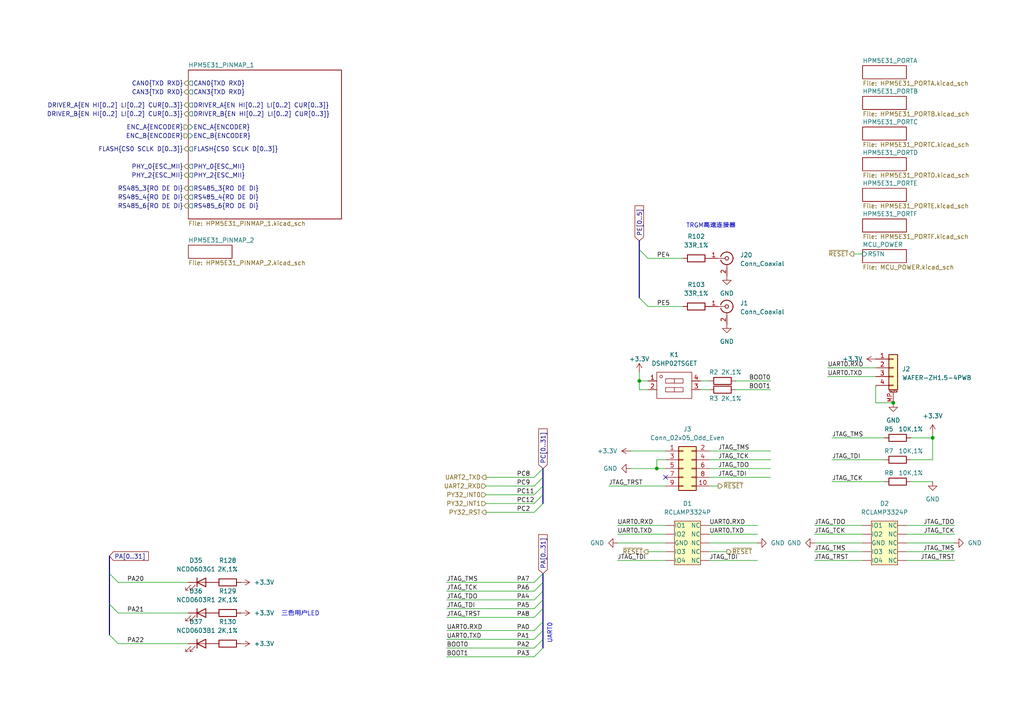
<source format=kicad_sch>
(kicad_sch (version 20250114) (generator "eeschema") (generator_version "9.0")
  (paper "A4")
  (lib_symbols
    (symbol "Connector:Conn_Coaxial" (pin_names (offset 1.016) (hide yes))
      (property "Reference" "J" (at 0.254 3.048 0))
      (property "Value" "Conn_Coaxial" (at 2.921 0 90))
      (symbol "Conn_Coaxial_0_1"
        (polyline (pts (xy -2.54 0) (xy -0.508 0)))
        (arc (start 1.778 0) (mid 0.222 -1.8079) (end -1.778 -0.508) (stroke (width 0.254)))
        (arc (start -1.778 0.508) (mid 0.2221 1.8084) (end 1.778 0) (stroke (width 0.254)))
        (circle (center 0 0) (radius 0.508) (stroke (width 0.2032)))
        (polyline (pts (xy 0 -2.54) (xy 0 -1.778)))
      )
      (symbol "Conn_Coaxial_1_1"
        (pin passive line (at -5.08 0 0) (length 2.54) (name "In") (number "1"))
        (pin passive line (at 0 -5.08 90) (length 2.54) (name "Ext") (number "2"))
      )
    )
    (symbol "Connector_Generic:Conn_02x05_Odd_Even" (pin_names (offset 1.016) (hide yes))
      (property "Reference" "J" (at 1.27 7.62 0))
      (property "Value" "Conn_02x05_Odd_Even" (at 1.27 -7.62 0))
      (symbol "Conn_02x05_Odd_Even_1_1"
        (rectangle (start -1.27 6.35) (end 3.81 -6.35) (stroke (width 0.254)) (fill (type background)))
        (rectangle (start -1.27 5.207) (end 0 4.953) (stroke (width 0.1524)))
        (rectangle (start -1.27 2.667) (end 0 2.413) (stroke (width 0.1524)))
        (rectangle (start -1.27 0.127) (end 0 -0.127) (stroke (width 0.1524)))
        (rectangle (start -1.27 -2.413) (end 0 -2.667) (stroke (width 0.1524)))
        (rectangle (start -1.27 -4.953) (end 0 -5.207) (stroke (width 0.1524)))
        (rectangle (start 3.81 5.207) (end 2.54 4.953) (stroke (width 0.1524)))
        (rectangle (start 3.81 2.667) (end 2.54 2.413) (stroke (width 0.1524)))
        (rectangle (start 3.81 0.127) (end 2.54 -0.127) (stroke (width 0.1524)))
        (rectangle (start 3.81 -2.413) (end 2.54 -2.667) (stroke (width 0.1524)))
        (rectangle (start 3.81 -4.953) (end 2.54 -5.207) (stroke (width 0.1524)))
        (pin passive line (at -5.08 5.08 0) (length 3.81) (name "Pin_1") (number "1"))
        (pin passive line (at -5.08 2.54 0) (length 3.81) (name "Pin_3") (number "3"))
        (pin passive line (at -5.08 0 0) (length 3.81) (name "Pin_5") (number "5"))
        (pin passive line (at -5.08 -2.54 0) (length 3.81) (name "Pin_7") (number "7"))
        (pin passive line (at -5.08 -5.08 0) (length 3.81) (name "Pin_9") (number "9"))
        (pin passive line (at 7.62 5.08 180) (length 3.81) (name "Pin_2") (number "2"))
        (pin passive line (at 7.62 2.54 180) (length 3.81) (name "Pin_4") (number "4"))
        (pin passive line (at 7.62 0 180) (length 3.81) (name "Pin_6") (number "6"))
        (pin passive line (at 7.62 -2.54 180) (length 3.81) (name "Pin_8") (number "8"))
        (pin passive line (at 7.62 -5.08 180) (length 3.81) (name "Pin_10") (number "10"))
      )
    )
    (symbol "HPM6280Foc:0402WGF1002TCE" (pin_numbers (hide yes)) (pin_names (hide yes))
      (property "Reference" "R" (at 0 2.54 0))
      (property "Value" "10K,1%" (at 0 0 0))
      (symbol "0402WGF1002TCE_0_1"
        (rectangle (start 2.54 -1.016) (end -2.54 1.016) (stroke (width 0.254)))
      )
      (symbol "0402WGF1002TCE_1_1"
        (pin passive line (at -3.81 0 0) (length 1.27) (name "~") (number "1"))
        (pin passive line (at 3.81 0 180) (length 1.27) (name "~") (number "2"))
      )
    )
    (symbol "HPM6280Foc:0402WGF2001TCE" (pin_numbers (hide yes)) (pin_names (hide yes))
      (property "Reference" "R" (at -1.27 2.54 0))
      (property "Value" "2K,1%" (at 0 -2.54 0))
      (symbol "0402WGF2001TCE_0_1"
        (rectangle (start 2.54 -1.016) (end -2.54 1.016) (stroke (width 0.254)))
      )
      (symbol "0402WGF2001TCE_1_1"
        (pin passive line (at -3.81 0 0) (length 1.27) (name "~") (number "1"))
        (pin passive line (at 3.81 0 180) (length 1.27) (name "~") (number "2"))
      )
    )
    (symbol "HPM6280Foc:0402WGF330JTCE" (pin_numbers (hide yes)) (pin_names (hide yes))
      (property "Reference" "R" (at 0 2.54 0))
      (property "Value" "33R,1%" (at 0 0 0))
      (symbol "0402WGF330JTCE_0_1"
        (rectangle (start 2.54 -1.016) (end -2.54 1.016) (stroke (width 0.254)))
      )
      (symbol "0402WGF330JTCE_1_1"
        (pin passive line (at -3.81 0 0) (length 1.27) (name "~") (number "1"))
        (pin passive line (at 3.81 0 180) (length 1.27) (name "~") (number "2"))
      )
    )
    (symbol "HPM6280Foc:DSHP02TSGET" (pin_names (hide yes))
      (property "Reference" "K" (at -3.81 5.08 0))
      (property "Value" "DSHP02TSGET" (at -0.0885 0.1121 0))
      (symbol "DSHP02TSGET_1_1"
        (rectangle (start -5.08 3.81) (end 5.08 -3.81))
        (circle (center -3.81 2.54) (radius 0.381))
        (rectangle (start -2.54 1.905) (end 2.54 0.635))
        (rectangle (start -2.54 -1.905) (end 2.54 -0.635))
        (polyline (pts (xy 0 1.905) (xy 0 0.635)))
        (polyline (pts (xy 0 -0.635) (xy 0 -1.905)))
        (pin input line (at -7.62 1.27 0) (length 2.54) (name "PIN1") (number "1"))
        (pin input line (at -7.62 -1.27 0) (length 2.54) (name "PIN2") (number "2"))
        (pin input line (at 7.62 1.27 180) (length 2.54) (name "PIN4") (number "4"))
        (pin input line (at 7.62 -1.27 180) (length 2.54) (name "PIN3") (number "3"))
      )
    )
    (symbol "HPM6280Foc:NCD0603B1" (pin_numbers (hide yes)) (pin_names (offset 1.016) (hide yes))
      (property "Reference" "D" (at 0 2.54 0))
      (property "Value" "NCD0603B1" (at 0 -2.54 0))
      (symbol "NCD0603B1_0_1"
        (polyline (pts (xy -3.048 -0.762) (xy -4.572 -2.286) (xy -3.81 -2.286) (xy -4.572 -2.286) (xy -4.572 -1.524)))
        (polyline (pts (xy -1.778 -0.762) (xy -3.302 -2.286) (xy -2.54 -2.286) (xy -3.302 -2.286) (xy -3.302 -1.524)))
        (polyline (pts (xy -1.27 0) (xy 1.27 0)))
        (polyline (pts (xy -1.27 -1.27) (xy -1.27 1.27)) (stroke (width 0.254)))
        (polyline (pts (xy 1.27 -1.27) (xy 1.27 1.27) (xy -1.27 0) (xy 1.27 -1.27)) (stroke (width 0.254)))
      )
      (symbol "NCD0603B1_1_1"
        (pin passive line (at -3.81 0 0) (length 2.54) (name "K") (number "1"))
        (pin passive line (at 3.81 0 180) (length 2.54) (name "A") (number "2"))
      )
    )
    (symbol "HPM6280Foc:NCD0603G1" (pin_numbers (hide yes)) (pin_names (offset 1.016) (hide yes))
      (property "Reference" "D" (at 0 2.54 0))
      (property "Value" "NCD0603G1" (at 0 -2.54 0))
      (symbol "NCD0603G1_0_1"
        (polyline (pts (xy -3.048 -0.762) (xy -4.572 -2.286) (xy -3.81 -2.286) (xy -4.572 -2.286) (xy -4.572 -1.524)))
        (polyline (pts (xy -1.778 -0.762) (xy -3.302 -2.286) (xy -2.54 -2.286) (xy -3.302 -2.286) (xy -3.302 -1.524)))
        (polyline (pts (xy -1.27 0) (xy 1.27 0)))
        (polyline (pts (xy -1.27 -1.27) (xy -1.27 1.27)) (stroke (width 0.254)))
        (polyline (pts (xy 1.27 -1.27) (xy 1.27 1.27) (xy -1.27 0) (xy 1.27 -1.27)) (stroke (width 0.254)))
      )
      (symbol "NCD0603G1_1_1"
        (pin passive line (at -3.81 0 0) (length 2.54) (name "K") (number "1"))
        (pin passive line (at 3.81 0 180) (length 2.54) (name "A") (number "2"))
      )
    )
    (symbol "HPM6280Foc:NCD0603R1" (pin_numbers (hide yes)) (pin_names (offset 1.016) (hide yes))
      (property "Reference" "D" (at 0 2.54 0))
      (property "Value" "NCD0603R1" (at 0 -2.54 0))
      (symbol "NCD0603R1_0_1"
        (polyline (pts (xy -3.048 -0.762) (xy -4.572 -2.286) (xy -3.81 -2.286) (xy -4.572 -2.286) (xy -4.572 -1.524)))
        (polyline (pts (xy -1.778 -0.762) (xy -3.302 -2.286) (xy -2.54 -2.286) (xy -3.302 -2.286) (xy -3.302 -1.524)))
        (polyline (pts (xy -1.27 0) (xy 1.27 0)))
        (polyline (pts (xy -1.27 -1.27) (xy -1.27 1.27)) (stroke (width 0.254)))
        (polyline (pts (xy 1.27 -1.27) (xy 1.27 1.27) (xy -1.27 0) (xy 1.27 -1.27)) (stroke (width 0.254)))
      )
      (symbol "NCD0603R1_1_1"
        (pin passive line (at -3.81 0 0) (length 2.54) (name "K") (number "1"))
        (pin passive line (at 3.81 0 180) (length 2.54) (name "A") (number "2"))
      )
    )
    (symbol "HPM6280Foc:RCLAMP3324P" (pin_numbers (hide yes)) (pin_names (offset 0.002))
      (property "Reference" "D" (at 1.27 1.27 0))
      (property "Value" "RCLAMP3324P" (at 2.54 -13.97 0))
      (symbol "RCLAMP3324P_1_1"
        (rectangle (start 0 0) (end 7.62 -12.7) (fill (type background)))
        (pin input line (at -2.54 -1.27 0) (length 2.54) (name "IO1") (number "1"))
        (pin input line (at -2.54 -3.81 0) (length 2.54) (name "IO2") (number "2"))
        (pin input line (at -2.54 -6.35 0) (length 2.54) (name "GND") (number "3"))
        (pin input line (at -2.54 -8.89 0) (length 2.54) (name "IO3") (number "4"))
        (pin input line (at -2.54 -11.43 0) (length 2.54) (name "IO4") (number "5"))
        (pin input line (at 10.16 -1.27 180) (length 2.54) (name "NC") (number "10"))
        (pin input line (at 10.16 -3.81 180) (length 2.54) (name "NC") (number "9"))
        (pin input line (at 10.16 -6.35 180) (length 2.54) (name "NC") (number "8"))
        (pin input line (at 10.16 -8.89 180) (length 2.54) (name "NC") (number "7"))
        (pin input line (at 10.16 -11.43 180) (length 2.54) (name "NC") (number "6"))
      )
    )
    (symbol "HPM6280Foc:WAFER-ZH1.5-4PWB" (pin_names (hide yes))
      (property "Reference" "J" (at 0.254 6.35 0))
      (property "Value" "WAFER-ZH1.5-4PWB" (at 0 0 0))
      (symbol "WAFER-ZH1.5-4PWB_1_1"
        (rectangle (start -1.27 5.08) (end 1.27 -5.08) (stroke (width 0.254)) (fill (type background)))
        (rectangle (start -1.27 3.937) (end 0 3.683) (stroke (width 0.1524)))
        (rectangle (start -1.27 1.397) (end 0 1.143) (stroke (width 0.1524)))
        (rectangle (start -1.27 -1.143) (end 0 -1.397) (stroke (width 0.1524)))
        (rectangle (start -1.27 -3.683) (end 0 -3.937) (stroke (width 0.1524)))
        (polyline (pts (xy -1.016 -5.842) (xy 1.016 -5.842)) (stroke (width 0.1524)))
        (text "Mounting" (at 0 -5.461 0) (effects (font (size 0.381 0.381))))
        (pin passive line (at -5.08 3.81 0) (length 3.81) (name "Pin_1") (number "1"))
        (pin passive line (at -5.08 1.27 0) (length 3.81) (name "Pin_2") (number "2"))
        (pin passive line (at -5.08 -1.27 0) (length 3.81) (name "Pin_3") (number "3"))
        (pin passive line (at -5.08 -3.81 0) (length 3.81) (name "Pin_4") (number "4"))
        (pin passive line (at 0 -8.89 90) (length 3.048) (name "MountPin") (number "MP"))
      )
    )
    (symbol "power:+3.3V" (power) (pin_numbers (hide yes)) (pin_names (offset 0) (hide yes))
      (property "Value" "+3.3V" (at 0 3.556 0))
      (symbol "+3.3V_0_1"
        (polyline (pts (xy -0.762 1.27) (xy 0 2.54)))
        (polyline (pts (xy 0 2.54) (xy 0.762 1.27)))
        (polyline (pts (xy 0 0) (xy 0 2.54)))
      )
      (symbol "+3.3V_1_1"
        (pin power_in line (at 0 0 90) (length 0) (name "~") (number "1"))
      )
    )
    (symbol "power:GND" (power) (pin_numbers (hide yes)) (pin_names (offset 0) (hide yes))
      (property "Value" "GND" (at 0 -3.81 0))
      (symbol "GND_0_1"
        (polyline (pts (xy 0 0) (xy 0 -1.27) (xy 1.27 -1.27) (xy 0 -2.54) (xy -1.27 -1.27) (xy 0 -1.27)))
      )
      (symbol "GND_1_1"
        (pin power_in line (at 0 0 270) (length 0) (name "~") (number "1"))
      )
    )
  )
  (bus_alias "ENCODER" (members "A" "B" "Z" "U" "V" "W" "CLK" "MISO" "MOSI" "CS" "PWR"))
  (text "TRGM高速连接器" (at 206.248 65.532 0) (effects (font (size 1.27 1.27))))
  (text "三色用户LED" (at 87.122 178.054 0) (effects (font (size 1.27 1.27))))
  (text "UART0" (at 159.512 183.642 90) (effects (font (size 1.27 1.27))))
  (junction (at 259.08 116.84))
  (junction (at 190.5 135.89))
  (junction (at 270.51 127))
  (junction (at 185.42 110.49))
  (no_connect (at 193.04 138.43))
  (bus_entry (at 154.94 182.88) (size 2.54 -2.54))
  (bus_entry (at 154.94 140.97) (size 2.54 -2.54))
  (bus_entry (at 154.94 190.5) (size 2.54 -2.54))
  (bus_entry (at 185.42 72.39) (size 2.54 2.54))
  (bus_entry (at 154.94 173.99) (size 2.54 -2.54))
  (bus_entry (at 154.94 168.91) (size 2.54 -2.54))
  (bus_entry (at 154.94 138.43) (size 2.54 -2.54))
  (bus_entry (at 154.94 148.59) (size 2.54 -2.54))
  (bus_entry (at 154.94 187.96) (size 2.54 -2.54))
  (bus_entry (at 154.94 146.05) (size 2.54 -2.54))
  (bus_entry (at 185.42 86.36) (size 2.54 2.54))
  (bus_entry (at 154.94 143.51) (size 2.54 -2.54))
  (bus_entry (at 154.94 185.42) (size 2.54 -2.54))
  (bus_entry (at 154.94 171.45) (size 2.54 -2.54))
  (bus_entry (at 31.75 166.37) (size 2.54 2.54))
  (bus_entry (at 31.75 175.26) (size 2.54 2.54))
  (bus_entry (at 154.94 176.53) (size 2.54 -2.54))
  (bus_entry (at 154.94 179.07) (size 2.54 -2.54))
  (bus_entry (at 31.75 184.15) (size 2.54 2.54))
  (wire (pts (xy 250.19 157.48) (xy 236.22 157.48)))
  (wire (pts (xy 223.52 130.81) (xy 205.74 130.81)))
  (wire (pts (xy 187.96 113.03) (xy 185.42 113.03)))
  (wire (pts (xy 140.97 140.97) (xy 154.94 140.97)))
  (wire (pts (xy 205.74 154.94) (xy 219.71 154.94)))
  (wire (pts (xy 140.97 138.43) (xy 154.94 138.43)))
  (bus (pts (xy 185.42 69.85) (xy 185.42 72.39)))
  (wire (pts (xy 185.42 110.49) (xy 185.42 107.95)))
  (wire (pts (xy 34.29 186.69) (xy 54.61 186.69)))
  (wire (pts (xy 179.07 154.94) (xy 193.04 154.94)))
  (wire (pts (xy 276.86 162.56) (xy 262.89 162.56)))
  (bus (pts (xy 157.48 176.53) (xy 157.48 180.34)))
  (wire (pts (xy 193.04 133.35) (xy 190.5 133.35)))
  (wire (pts (xy 276.86 154.94) (xy 262.89 154.94)))
  (wire (pts (xy 179.07 152.4) (xy 193.04 152.4)))
  (bus (pts (xy 31.75 166.37) (xy 31.75 175.26)))
  (wire (pts (xy 129.54 168.91) (xy 154.94 168.91)))
  (wire (pts (xy 205.74 113.03) (xy 203.2 113.03)))
  (wire (pts (xy 270.51 133.35) (xy 270.51 127)))
  (wire (pts (xy 236.22 154.94) (xy 250.19 154.94)))
  (wire (pts (xy 213.36 113.03) (xy 223.52 113.03)))
  (wire (pts (xy 270.51 127) (xy 270.51 125.73)))
  (bus (pts (xy 157.48 182.88) (xy 157.48 185.42)))
  (wire (pts (xy 185.42 113.03) (xy 185.42 110.49)))
  (wire (pts (xy 236.22 152.4) (xy 250.19 152.4)))
  (wire (pts (xy 254 116.84) (xy 259.08 116.84)))
  (bus (pts (xy 31.75 161.29) (xy 31.75 166.37)))
  (wire (pts (xy 129.54 176.53) (xy 154.94 176.53)))
  (wire (pts (xy 190.5 133.35) (xy 190.5 135.89)))
  (wire (pts (xy 241.3 127) (xy 256.54 127)))
  (wire (pts (xy 236.22 162.56) (xy 250.19 162.56)))
  (wire (pts (xy 247.65 73.66) (xy 250.19 73.66)))
  (bus (pts (xy 157.48 135.89) (xy 157.48 138.43)))
  (bus (pts (xy 157.48 171.45) (xy 157.48 173.99)))
  (wire (pts (xy 179.07 157.48) (xy 193.04 157.48)))
  (bus (pts (xy 157.48 166.37) (xy 157.48 168.91)))
  (bus (pts (xy 157.48 185.42) (xy 157.48 187.96)))
  (wire (pts (xy 176.53 140.97) (xy 193.04 140.97)))
  (wire (pts (xy 241.3 133.35) (xy 256.54 133.35)))
  (wire (pts (xy 213.36 110.49) (xy 223.52 110.49)))
  (bus (pts (xy 157.48 180.34) (xy 157.48 182.88)))
  (wire (pts (xy 179.07 162.56) (xy 193.04 162.56)))
  (wire (pts (xy 190.5 135.89) (xy 193.04 135.89)))
  (wire (pts (xy 182.88 130.81) (xy 193.04 130.81)))
  (bus (pts (xy 157.48 168.91) (xy 157.48 171.45)))
  (wire (pts (xy 129.54 179.07) (xy 154.94 179.07)))
  (wire (pts (xy 34.29 168.91) (xy 54.61 168.91)))
  (bus (pts (xy 31.75 175.26) (xy 31.75 184.15)))
  (wire (pts (xy 187.96 88.9) (xy 198.12 88.9)))
  (wire (pts (xy 129.54 190.5) (xy 154.94 190.5)))
  (wire (pts (xy 205.74 160.02) (xy 210.82 160.02)))
  (wire (pts (xy 140.97 146.05) (xy 154.94 146.05)))
  (wire (pts (xy 241.3 139.7) (xy 256.54 139.7)))
  (wire (pts (xy 187.96 74.93) (xy 198.12 74.93)))
  (wire (pts (xy 182.88 135.89) (xy 190.5 135.89)))
  (wire (pts (xy 264.16 139.7) (xy 270.51 139.7)))
  (wire (pts (xy 205.74 152.4) (xy 219.71 152.4)))
  (wire (pts (xy 276.86 152.4) (xy 262.89 152.4)))
  (wire (pts (xy 264.16 133.35) (xy 270.51 133.35)))
  (wire (pts (xy 254 111.76) (xy 254 116.84)))
  (wire (pts (xy 129.54 185.42) (xy 154.94 185.42)))
  (wire (pts (xy 140.97 143.51) (xy 154.94 143.51)))
  (wire (pts (xy 276.86 160.02) (xy 262.89 160.02)))
  (wire (pts (xy 187.96 160.02) (xy 193.04 160.02)))
  (wire (pts (xy 185.42 110.49) (xy 187.96 110.49)))
  (wire (pts (xy 129.54 173.99) (xy 154.94 173.99)))
  (wire (pts (xy 205.74 162.56) (xy 219.71 162.56)))
  (wire (pts (xy 236.22 160.02) (xy 250.19 160.02)))
  (bus (pts (xy 157.48 138.43) (xy 157.48 140.97)))
  (bus (pts (xy 157.48 140.97) (xy 157.48 143.51)))
  (wire (pts (xy 129.54 171.45) (xy 154.94 171.45)))
  (wire (pts (xy 240.03 106.68) (xy 254 106.68)))
  (wire (pts (xy 223.52 133.35) (xy 205.74 133.35)))
  (wire (pts (xy 205.74 157.48) (xy 219.71 157.48)))
  (wire (pts (xy 223.52 138.43) (xy 205.74 138.43)))
  (wire (pts (xy 276.86 157.48) (xy 262.89 157.48)))
  (wire (pts (xy 223.52 135.89) (xy 205.74 135.89)))
  (bus (pts (xy 185.42 72.39) (xy 185.42 86.36)))
  (wire (pts (xy 240.03 109.22) (xy 254 109.22)))
  (wire (pts (xy 129.54 187.96) (xy 154.94 187.96)))
  (wire (pts (xy 264.16 127) (xy 270.51 127)))
  (wire (pts (xy 205.74 110.49) (xy 203.2 110.49)))
  (bus (pts (xy 157.48 143.51) (xy 157.48 146.05)))
  (wire (pts (xy 34.29 177.8) (xy 54.61 177.8)))
  (wire (pts (xy 140.97 148.59) (xy 154.94 148.59)))
  (bus (pts (xy 157.48 173.99) (xy 157.48 176.53)))
  (wire (pts (xy 205.74 140.97) (xy 208.28 140.97)))
  (wire (pts (xy 129.54 182.88) (xy 154.94 182.88)))
  (label "JTAG_TDO" (at 236.22 152.4 0))
  (label "PC2" (at 149.86 148.59 0))
  (label "BOOT1" (at 129.54 190.5 0))
  (label "BOOT1" (at 223.52 113.03 180))
  (label "JTAG_TCK" (at 241.3 139.7 0))
  (label "PA22" (at 36.83 186.69 0))
  (label "PA2" (at 149.86 187.96 0))
  (label "JTAG_TDI" (at 179.07 162.56 0))
  (label "PC12" (at 149.86 146.05 0))
  (label "JTAG_TRST" (at 129.54 179.07 0))
  (label "JTAG_TDI" (at 208.28 138.43 0))
  (label "JTAG_TDO" (at 276.86 152.4 180))
  (label "JTAG_TRST" (at 176.53 140.97 0))
  (label "PA5" (at 149.86 176.53 0))
  (label "JTAG_TRST" (at 276.86 162.56 180))
  (label "JTAG_TMS" (at 129.54 168.91 0))
  (label "UART0.TXD" (at 179.07 154.94 0))
  (label "PA4" (at 149.86 173.99 0))
  (label "JTAG_TRST" (at 236.22 162.56 0))
  (label "PA6" (at 149.86 171.45 0))
  (label "BOOT0" (at 223.52 110.49 180))
  (label "PA7" (at 149.86 168.91 0))
  (label "JTAG_TCK" (at 208.28 133.35 0))
  (label "JTAG_TMS" (at 208.28 130.81 0))
  (label "PC9" (at 149.86 140.97 0))
  (label "JTAG_TCK" (at 236.22 154.94 0))
  (label "UART0.RXD" (at 205.74 152.4 0))
  (label "PA3" (at 149.86 190.5 0))
  (label "PA1" (at 149.86 185.42 0))
  (label "UART0.TXD" (at 129.54 185.42 0))
  (label "PA21" (at 36.83 177.8 0))
  (label "PC8" (at 149.86 138.43 0))
  (label "UART0.RXD" (at 240.03 106.68 0))
  (label "PC11" (at 149.86 143.51 0))
  (label "JTAG_TDO" (at 208.28 135.89 0))
  (label "PE4" (at 190.5 74.93 0))
  (label "UART0.RXD" (at 179.07 152.4 0))
  (label "JTAG_TMS" (at 241.3 127 0))
  (label "PE5" (at 190.5 88.9 0))
  (label "PA8" (at 149.86 179.07 0))
  (label "UART0.TXD" (at 240.03 109.22 0))
  (label "UART0.RXD" (at 129.54 182.88 0))
  (label "UART0.TXD" (at 205.74 154.94 0))
  (label "JTAG_TMS" (at 276.86 160.02 180))
  (label "JTAG_TCK" (at 129.54 171.45 0))
  (label "BOOT0" (at 129.54 187.96 0))
  (label "JTAG_TDI" (at 129.54 176.53 0))
  (label "JTAG_TMS" (at 236.22 160.02 0))
  (label "JTAG_TCK" (at 276.86 154.94 180))
  (label "JTAG_TDI" (at 241.3 133.35 0))
  (label "JTAG_TDO" (at 129.54 173.99 0))
  (label "PA0" (at 149.86 182.88 0))
  (label "PA20" (at 36.83 168.91 0))
  (label "JTAG_TDI" (at 205.74 162.56 0))
  (global_label "PA[0..31]" (shape input) (at 157.48 166.37 90) (property "Intersheetrefs" "${INTERSHEET_REFS}" (effects (hide yes))))
  (global_label "PA[0..31]" (shape input) (at 31.75 161.29 0) (property "Intersheetrefs" "${INTERSHEET_REFS}" (effects (hide yes))))
  (global_label "PE[0..5]" (shape input) (at 185.42 69.85 90) (property "Intersheetrefs" "${INTERSHEET_REFS}" (effects (hide yes))))
  (global_label "PC[0..31]" (shape input) (at 157.48 135.89 90) (property "Intersheetrefs" "${INTERSHEET_REFS}" (effects (hide yes))))
  (hierarchical_label "RS485_4{RO DE DI}" (shape output) (at 54.61 57.15 180))
  (hierarchical_label "FLASH{CS0 SCLK D[0..3]}" (shape output) (at 54.61 43.18 180))
  (hierarchical_label "RS485_3{RO DE DI}" (shape output) (at 54.61 54.61 180))
  (hierarchical_label "CAN0{TXD RXD}" (shape output) (at 54.61 24.13 180))
  (hierarchical_label "PY32_RST" (shape output) (at 140.97 148.59 180))
  (hierarchical_label "~{RESET}" (shape output) (at 187.96 160.02 180))
  (hierarchical_label "~{RESET}" (shape output) (at 247.65 73.66 180))
  (hierarchical_label "~{RESET}" (shape output) (at 208.28 140.97 0))
  (hierarchical_label "~{RESET}" (shape output) (at 210.82 160.02 0))
  (hierarchical_label "UART2_TXD" (shape output) (at 140.97 138.43 180))
  (hierarchical_label "ENC_A{ENCODER}" (shape input) (at 54.61 36.83 180))
  (hierarchical_label "ENC_B{ENCODER}" (shape input) (at 54.61 39.37 180))
  (hierarchical_label "PHY_2{ESC_MII}" (shape output) (at 54.61 50.8 180))
  (hierarchical_label "PY32_INT1" (shape input) (at 140.97 146.05 180))
  (hierarchical_label "DRIVER_B{EN HI[0..2] LI[0..2] CUR[0..3]}" (shape output) (at 54.61 33.02 180))
  (hierarchical_label "PHY_0{ESC_MII}" (shape output) (at 54.61 48.26 180))
  (hierarchical_label "UART2_RXD" (shape input) (at 140.97 140.97 180))
  (hierarchical_label "PY32_INT0" (shape input) (at 140.97 143.51 180))
  (hierarchical_label "CAN3{TXD RXD}" (shape output) (at 54.61 26.67 180))
  (hierarchical_label "RS485_6{RO DE DI}" (shape output) (at 54.61 59.69 180))
  (hierarchical_label "DRIVER_A{EN HI[0..2] LI[0..2] CUR[0..3]}" (shape output) (at 54.61 30.48 180))
  (symbol (lib_id "HPM6280Foc:0402WGF330JTCE") (at 201.93 74.93 0) (unit 1)
    (property "Reference" "R102" (at 201.93 68.58 0))
    (property "Value" "33R,1%" (at 201.93 71.12 0))
    (property "Footprint" "Resistor_SMD:R_0402_1005Metric" (effects (hide yes)))
    (property "华秋编号" "G0064864" (effects (hide yes)))
    (property "立创编号" "C25105" (effects (hide yes)))
  )
  (symbol (lib_id "power:GND") (at 270.51 139.7 0) (unit 1)
    (property "Reference" "#PWR010" (effects (hide yes)))
    (property "Value" "GND" (at 270.51 144.78 0))
    (property "Description" "Power symbol creates a global label with name \"GND\" , ground" (effects (hide yes)))
  )
  (symbol (lib_id "power:GND") (at 179.07 157.48 270) (unit 1)
    (property "Reference" "#PWR011" (effects (hide yes)))
    (property "Value" "GND" (at 175.26 157.48 90) (effects (justify right)))
    (property "Description" "Power symbol creates a global label with name \"GND\" , ground" (effects (hide yes)))
  )
  (symbol (lib_id "power:+3.3V") (at 254 104.14 90) (unit 1)
    (property "Reference" "#PWR03" (effects (hide yes)))
    (property "Value" "+3.3V" (at 250.19 104.14 90) (effects (justify left)))
    (property "Description" "Power symbol creates a global label with name \"+3.3V\"" (effects (hide yes)))
  )
  (symbol (lib_id "power:GND") (at 210.82 93.98 0) (unit 1)
    (property "Reference" "#PWR0212" (effects (hide yes)))
    (property "Value" "GND" (at 210.82 99.06 0))
    (property "Description" "Power symbol creates a global label with name \"GND\" , ground" (effects (hide yes)))
  )
  (symbol (lib_id "HPM6280Foc:DSHP02TSGET") (at 195.58 111.76 0) (unit 1)
    (property "Reference" "K1" (at 195.58 102.87 0))
    (property "Value" "DSHP02TSGET" (at 195.58 105.41 0))
    (property "Footprint" "Button_Switch_SMD:SW_DIP_SPSTx02_Slide_KingTek_DSHP02TS_W7.62mm_P1.27mm" (effects (hide yes)))
    (property "Datasheet" "https://atta.szlcsc.com/upload/public/pdf/source/20230904/D79341BE29271F006F9CB44DF18F7895.pdf" (effects (hide yes)))
    (property "华秋编号" "G4189658" (effects (hide yes)))
    (property "立创编号" "C40735" (effects (hide yes)))
  )
  (symbol (lib_id "HPM6280Foc:NCD0603R1") (at 58.42 177.8 0) (unit 1)
    (property "Reference" "D36" (at 56.8325 171.45 0))
    (property "Value" "NCD0603R1" (at 56.8325 173.99 0))
    (property "Footprint" "LED_SMD:LED_0603_1608Metric" (effects (hide yes)))
    (property "Datasheet" "https://item.szlcsc.com/datasheet/NCD0603R1/85432.html?spm=sc.it.xds.a___sc.cidn.xh5.zy.n&lcsc_vid=RFRfBVcDE1AKVwFQFlNZVFdVEVVeBlJXT1hWXgUERFUxVlNTR1lYXlBSQ1ZWVztW" (effects (hide yes)))
    (property "Description" "Light emitting diode 红色" (effects (hide yes)))
    (property "立创编号" "C84263" (effects (hide yes)))
  )
  (symbol (lib_id "HPM6280Foc:NCD0603G1") (at 58.42 168.91 0) (unit 1)
    (property "Reference" "D35" (at 56.8325 162.56 0))
    (property "Value" "NCD0603G1" (at 56.8325 165.1 0))
    (property "Footprint" "LED_SMD:LED_0603_1608Metric" (effects (hide yes)))
    (property "Datasheet" "https://item.szlcsc.com/datasheet/NCD0603G1/85436.html?spm=sc.it.xds.a___sc.cidn.xh6.zy.n&lcsc_vid=RFRfBVcDE1AKVwFQFlNZVFdVEVVeBlJXT1hWXgUERFUxVlNTR1lYXlBSQ1ZWVztW" (effects (hide yes)))
    (property "Description" "Light emitting diode 翠绿" (effects (hide yes)))
    (property "立创编号" "C84267" (effects (hide yes)))
  )
  (symbol (lib_id "power:+3.3V") (at 185.42 107.95 0) (unit 1)
    (property "Reference" "#PWR04" (effects (hide yes)))
    (property "Value" "+3.3V" (at 185.42 104.14 0))
    (property "Description" "Power symbol creates a global label with name \"+3.3V\"" (effects (hide yes)))
  )
  (symbol (lib_id "power:+3.3V") (at 182.88 130.81 90) (unit 1)
    (property "Reference" "#PWR08" (effects (hide yes)))
    (property "Value" "+3.3V" (at 179.07 130.81 90) (effects (justify left)))
    (property "Description" "Power symbol creates a global label with name \"+3.3V\"" (effects (hide yes)))
  )
  (symbol (lib_id "power:+3.3V") (at 69.85 186.69 270) (unit 1)
    (property "Reference" "#PWR0300" (effects (hide yes)))
    (property "Value" "+3.3V" (at 73.66 186.6899 90) (effects (justify left)))
    (property "Description" "Power symbol creates a global label with name \"+3.3V\"" (effects (hide yes)))
  )
  (symbol (lib_id "power:+3.3V") (at 69.85 168.91 270) (unit 1)
    (property "Reference" "#PWR0298" (effects (hide yes)))
    (property "Value" "+3.3V" (at 73.66 168.9099 90) (effects (justify left)))
    (property "Description" "Power symbol creates a global label with name \"+3.3V\"" (effects (hide yes)))
  )
  (symbol (lib_id "power:GND") (at 219.71 157.48 90) (unit 1)
    (property "Reference" "#PWR012" (effects (hide yes)))
    (property "Value" "GND" (at 223.52 157.48 90) (effects (justify right)))
    (property "Description" "Power symbol creates a global label with name \"GND\" , ground" (effects (hide yes)))
  )
  (symbol (lib_id "power:GND") (at 236.22 157.48 270) (unit 1)
    (property "Reference" "#PWR013" (effects (hide yes)))
    (property "Value" "GND" (at 232.41 157.48 90) (effects (justify right)))
    (property "Description" "Power symbol creates a global label with name \"GND\" , ground" (effects (hide yes)))
  )
  (symbol (lib_id "HPM6280Foc:RCLAMP3324P") (at 195.58 151.13 0) (unit 1)
    (property "Reference" "D1" (at 199.39 146.05 0))
    (property "Value" "RCLAMP3324P" (at 199.39 148.59 0))
    (property "Footprint" "Package_DFN_QFN:Diodes_UDFN-10_1.0x2.5mm_P0.5mm" (effects (hide yes)))
    (property "Datasheet" "https://atta.szlcsc.com/upload/public/pdf/source/20230621/A0BC909E15E283D81E0D2103568A681C.pdf" (effects (hide yes)))
    (property "Description" "Vrwm3.3V" (effects (hide yes)))
    (property "华秋编号" "G6551663" (effects (hide yes)))
    (property "立创编号" "C7379959" (effects (hide yes)))
  )
  (symbol (lib_id "HPM6280Foc:0402WGF2001TCE") (at 209.55 110.49 0) (unit 1)
    (property "Reference" "R2" (at 207.01 107.95 0))
    (property "Value" "2K,1%" (at 212.09 107.95 0))
    (property "Footprint" "Resistor_SMD:R_0402_1005Metric" (effects (hide yes)))
    (property "制造商" "UNI-ROYAL(厚声)" (effects (hide yes)))
    (property "华秋编号" "G0063279" (effects (hide yes)))
    (property "立创编号" "C4109" (effects (hide yes)))
  )
  (symbol (lib_id "HPM6280Foc:WAFER-ZH1.5-4PWB") (at 259.08 107.95 0) (unit 1)
    (property "Reference" "J2" (at 261.62 107.0355 0) (effects (justify left)))
    (property "Value" "WAFER-ZH1.5-4PWB" (at 261.62 109.5755 0) (effects (justify left)))
    (property "Footprint" "Library:ZH_SM04_1.50mm_Horizontal" (effects (hide yes)))
    (property "Datasheet" "https://www.xunpu.com.cn/uploadfile/202307/78d9f7bd5df3bdc.pdf" (effects (hide yes)))
    (property "立创编号" "C3029424" (effects (hide yes)))
    (property "华秋编号" "G6593627" (effects (hide yes)))
  )
  (symbol (lib_id "HPM6280Foc:0402WGF2001TCE") (at 66.04 186.69 0) (unit 1)
    (property "Reference" "R130" (at 66.04 180.34 0))
    (property "Value" "2K,1%" (at 66.04 182.88 0))
    (property "Footprint" "Resistor_SMD:R_0402_1005Metric" (effects (hide yes)))
    (property "华秋编号" "G0063279" (effects (hide yes)))
    (property "立创编号" "C4109" (effects (hide yes)))
    (property "制造商" "UNI-ROYAL(厚声)" (effects (hide yes)))
  )
  (symbol (lib_id "HPM6280Foc:RCLAMP3324P") (at 252.73 151.13 0) (unit 1)
    (property "Reference" "D2" (at 256.54 146.05 0))
    (property "Value" "RCLAMP3324P" (at 256.54 148.59 0))
    (property "Footprint" "Package_DFN_QFN:Diodes_UDFN-10_1.0x2.5mm_P0.5mm" (effects (hide yes)))
    (property "Datasheet" "https://atta.szlcsc.com/upload/public/pdf/source/20230621/A0BC909E15E283D81E0D2103568A681C.pdf" (effects (hide yes)))
    (property "Description" "Vrwm3.3V" (effects (hide yes)))
    (property "华秋编号" "G6551663" (effects (hide yes)))
    (property "立创编号" "C7379959" (effects (hide yes)))
  )
  (symbol (lib_id "power:GND") (at 259.08 116.84 0) (unit 1)
    (property "Reference" "#PWR05" (effects (hide yes)))
    (property "Value" "GND" (at 259.08 121.92 0))
    (property "Description" "Power symbol creates a global label with name \"GND\" , ground" (effects (hide yes)))
  )
  (symbol (lib_id "Connector:Conn_Coaxial") (at 210.82 88.9 0) (unit 1)
    (property "Reference" "J1" (at 214.63 87.9231 0) (effects (justify left)))
    (property "Value" "Conn_Coaxial" (at 214.63 90.4631 0) (effects (justify left)))
    (property "Footprint" "Connector_Coaxial:SMA_BAT_Wireless_BWSMA-KWE-Z001" (effects (hide yes)))
    (property "Description" "coaxial connector (BNC, SMA, SMB, SMC, Cinch/RCA, LEMO, ...)" (effects (hide yes)))
  )
  (symbol (lib_id "HPM6280Foc:0402WGF1002TCE") (at 260.35 139.7 0) (unit 1)
    (property "Reference" "R8" (at 257.81 137.16 0))
    (property "Value" "10K,1%" (at 264.16 137.16 0))
    (property "Footprint" "Resistor_SMD:R_0402_1005Metric" (effects (hide yes)))
    (property "Datasheet" "https://atta.szlcsc.com/upload/public/pdf/source/20200306/C422600_1E6D84923E4A46A82E41ADD87F860B5C.pdf" (effects (hide yes)))
    (property "华秋编号" "G0063278" (effects (hide yes)))
    (property "立创编号" "C25744" (effects (hide yes)))
  )
  (symbol (lib_id "HPM6280Foc:0402WGF2001TCE") (at 66.04 168.91 0) (unit 1)
    (property "Reference" "R128" (at 66.04 162.56 0))
    (property "Value" "2K,1%" (at 66.04 165.1 0))
    (property "Footprint" "Resistor_SMD:R_0402_1005Metric" (effects (hide yes)))
    (property "华秋编号" "G0063279" (effects (hide yes)))
    (property "立创编号" "C4109" (effects (hide yes)))
    (property "制造商" "UNI-ROYAL(厚声)" (effects (hide yes)))
  )
  (symbol (lib_id "Connector:Conn_Coaxial") (at 210.82 74.93 0) (unit 1)
    (property "Reference" "J20" (at 214.63 73.9531 0) (effects (justify left)))
    (property "Value" "Conn_Coaxial" (at 214.63 76.4931 0) (effects (justify left)))
    (property "Footprint" "Connector_Coaxial:SMA_BAT_Wireless_BWSMA-KWE-Z001" (effects (hide yes)))
    (property "Description" "coaxial connector (BNC, SMA, SMB, SMC, Cinch/RCA, LEMO, ...)" (effects (hide yes)))
  )
  (symbol (lib_id "power:+3.3V") (at 270.51 125.73 0) (unit 1)
    (property "Reference" "#PWR07" (effects (hide yes)))
    (property "Value" "+3.3V" (at 270.51 120.65 0))
    (property "Description" "Power symbol creates a global label with name \"+3.3V\"" (effects (hide yes)))
  )
  (symbol (lib_id "power:GND") (at 276.86 157.48 90) (unit 1)
    (property "Reference" "#PWR014" (effects (hide yes)))
    (property "Value" "GND" (at 280.67 157.48 90) (effects (justify right)))
    (property "Description" "Power symbol creates a global label with name \"GND\" , ground" (effects (hide yes)))
  )
  (symbol (lib_id "HPM6280Foc:0402WGF2001TCE") (at 209.55 113.03 0) (unit 1)
    (property "Reference" "R3" (at 207.01 115.57 0))
    (property "Value" "2K,1%" (at 212.09 115.57 0))
    (property "Footprint" "Resistor_SMD:R_0402_1005Metric" (effects (hide yes)))
    (property "制造商" "UNI-ROYAL(厚声)" (effects (hide yes)))
    (property "华秋编号" "G0063279" (effects (hide yes)))
    (property "立创编号" "C4109" (effects (hide yes)))
  )
  (symbol (lib_id "HPM6280Foc:0402WGF1002TCE") (at 260.35 133.35 0) (unit 1)
    (property "Reference" "R7" (at 257.81 130.81 0))
    (property "Value" "10K,1%" (at 264.16 130.81 0))
    (property "Footprint" "Resistor_SMD:R_0402_1005Metric" (effects (hide yes)))
    (property "Datasheet" "https://atta.szlcsc.com/upload/public/pdf/source/20200306/C422600_1E6D84923E4A46A82E41ADD87F860B5C.pdf" (effects (hide yes)))
    (property "华秋编号" "G0063278" (effects (hide yes)))
    (property "立创编号" "C25744" (effects (hide yes)))
  )
  (symbol (lib_id "Connector_Generic:Conn_02x05_Odd_Even") (at 198.12 135.89 0) (unit 1)
    (property "Reference" "J3" (at 199.39 124.46 0))
    (property "Value" "Conn_02x05_Odd_Even" (at 199.39 127 0))
    (property "Footprint" "Library:IDC_SMD_P1.27mm_02x05" (effects (hide yes)))
    (property "Description" "Generic connector, double row, 02x05, odd/even pin numbering scheme (row 1 odd numbers, row 2 even numbers), script generated (kicad-library-utils/schlib/autogen/connector/)" (effects (hide yes)))
  )
  (symbol (lib_id "power:GND") (at 182.88 135.89 270) (unit 1)
    (property "Reference" "#PWR09" (effects (hide yes)))
    (property "Value" "GND" (at 179.07 135.89 90) (effects (justify right)))
    (property "Description" "Power symbol creates a global label with name \"GND\" , ground" (effects (hide yes)))
  )
  (symbol (lib_id "power:+3.3V") (at 69.85 177.8 270) (unit 1)
    (property "Reference" "#PWR0299" (effects (hide yes)))
    (property "Value" "+3.3V" (at 73.66 177.7999 90) (effects (justify left)))
    (property "Description" "Power symbol creates a global label with name \"+3.3V\"" (effects (hide yes)))
  )
  (symbol (lib_id "HPM6280Foc:0402WGF1002TCE") (at 260.35 127 0) (unit 1)
    (property "Reference" "R5" (at 257.81 124.46 0))
    (property "Value" "10K,1%" (at 264.16 124.46 0))
    (property "Footprint" "Resistor_SMD:R_0402_1005Metric" (effects (hide yes)))
    (property "Datasheet" "https://atta.szlcsc.com/upload/public/pdf/source/20200306/C422600_1E6D84923E4A46A82E41ADD87F860B5C.pdf" (effects (hide yes)))
    (property "华秋编号" "G0063278" (effects (hide yes)))
    (property "立创编号" "C25744" (effects (hide yes)))
  )
  (symbol (lib_id "HPM6280Foc:0402WGF2001TCE") (at 66.04 177.8 0) (unit 1)
    (property "Reference" "R129" (at 66.04 171.45 0))
    (property "Value" "2K,1%" (at 66.04 173.99 0))
    (property "Footprint" "Resistor_SMD:R_0402_1005Metric" (effects (hide yes)))
    (property "华秋编号" "G0063279" (effects (hide yes)))
    (property "立创编号" "C4109" (effects (hide yes)))
    (property "制造商" "UNI-ROYAL(厚声)" (effects (hide yes)))
  )
  (symbol (lib_id "power:GND") (at 210.82 80.01 0) (unit 1)
    (property "Reference" "#PWR0213" (effects (hide yes)))
    (property "Value" "GND" (at 210.82 85.09 0))
    (property "Description" "Power symbol creates a global label with name \"GND\" , ground" (effects (hide yes)))
  )
  (symbol (lib_id "HPM6280Foc:NCD0603B1") (at 58.42 186.69 0) (unit 1)
    (property "Reference" "D37" (at 56.8325 180.34 0))
    (property "Value" "NCD0603B1" (at 56.8325 182.88 0))
    (property "Footprint" "LED_SMD:LED_0603_1608Metric" (effects (hide yes)))
    (property "Datasheet" "https://item.szlcsc.com/datasheet/NCD0603B1/85435.html?spm=sc.it.xds.a___sc.cidn.xh11.zy.n&lcsc_vid=RFRfBVcDE1AKVwFQFlNZVFdVEVVeBlJXT1hWXgUERFUxVlNTR1lYXlBSQ1ZWVztW" (effects (hide yes)))
    (property "Description" "Light emitting diode 蓝色" (effects (hide yes)))
    (property "立创编号" "C84266" (effects (hide yes)))
  )
  (symbol (lib_id "HPM6280Foc:0402WGF330JTCE") (at 201.93 88.9 0) (unit 1)
    (property "Reference" "R103" (at 201.93 82.55 0))
    (property "Value" "33R,1%" (at 201.93 85.09 0))
    (property "Footprint" "Resistor_SMD:R_0402_1005Metric" (effects (hide yes)))
    (property "华秋编号" "G0064864" (effects (hide yes)))
    (property "立创编号" "C25105" (effects (hide yes)))
  )
  (sheet (at 250.19 72.39) (size 12.7 3.81) (stroke (width 0.1524))
    (property "Sheetname" "MCU_POWER" (at 250.19 71.6784 0) (effects (justify left bottom)))
    (property "Sheetfile" "MCU_POWER.kicad_sch" (at 250.19 76.7846 0) (effects (justify left top)))
    (pin "RSTN" input (at 250.19 73.66 180))
  )
  (sheet (at 250.19 54.61) (size 12.7 3.81) (stroke (width 0.1524))
    (property "Sheetname" "HPM5E31_PORTE" (at 250.19 53.8984 0) (effects (justify left bottom)))
    (property "Sheetfile" "HPM5E31_PORTE.kicad_sch" (at 250.19 59.0046 0) (effects (justify left top)))
  )
  (sheet (at 54.61 20.32) (size 44.45 43.18) (stroke (width 0.1524))
    (property "Sheetname" "HPM5E31_PINMAP_1" (at 54.61 19.6084 0) (effects (justify left bottom)))
    (property "Sheetfile" "HPM5E31_PINMAP_1.kicad_sch" (at 54.61 64.0846 0) (effects (justify left top)))
    (pin "CAN0{TXD RXD}" output (at 54.61 24.13 180))
    (pin "CAN3{TXD RXD}" output (at 54.61 26.67 180))
    (pin "DRIVER_A{EN HI[0..2] LI[0..2] CUR[0..3]}" output (at 54.61 30.48 180))
    (pin "DRIVER_B{EN HI[0..2] LI[0..2] CUR[0..3]}" output (at 54.61 33.02 180))
    (pin "ENC_A{ENCODER}" input (at 54.61 36.83 180))
    (pin "ENC_B{ENCODER}" input (at 54.61 39.37 180))
    (pin "FLASH{CS0 SCLK D[0..3]}" output (at 54.61 43.18 180))
    (pin "PHY_0{ESC_MII}" output (at 54.61 48.26 180))
    (pin "PHY_2{ESC_MII}" output (at 54.61 50.8 180))
    (pin "RS485_3{RO DE DI}" output (at 54.61 54.61 180))
    (pin "RS485_4{RO DE DI}" output (at 54.61 57.15 180))
    (pin "RS485_6{RO DE DI}" output (at 54.61 59.69 180))
  )
  (sheet (at 54.61 71.12) (size 12.7 3.81) (stroke (width 0.1524))
    (property "Sheetname" "HPM5E31_PINMAP_2" (at 54.61 70.4084 0) (effects (justify left bottom)))
    (property "Sheetfile" "HPM5E31_PINMAP_2.kicad_sch" (at 54.61 75.5146 0) (effects (justify left top)))
  )
  (sheet (at 250.19 63.5) (size 12.7 3.81) (stroke (width 0.1524))
    (property "Sheetname" "HPM5E31_PORTF" (at 250.19 62.7884 0) (effects (justify left bottom)))
    (property "Sheetfile" "HPM5E31_PORTF.kicad_sch" (at 250.19 67.8946 0) (effects (justify left top)))
  )
  (sheet (at 250.19 36.83) (size 12.7 3.81) (stroke (width 0.1524))
    (property "Sheetname" "HPM5E31_PORTC" (at 250.19 36.1184 0) (effects (justify left bottom)))
    (property "Sheetfile" "HPM5E31_PORTC.kicad_sch" (at 250.19 41.2246 0) (effects (justify left top)))
  )
  (sheet (at 250.19 27.94) (size 12.7 3.81) (stroke (width 0.1524))
    (property "Sheetname" "HPM5E31_PORTB" (at 250.19 27.2284 0) (effects (justify left bottom)))
    (property "Sheetfile" "HPM5E31_PORTB.kicad_sch" (at 250.19 32.3346 0) (effects (justify left top)))
  )
  (sheet (at 250.19 45.72) (size 12.7 3.81) (stroke (width 0.1524))
    (property "Sheetname" "HPM5E31_PORTD" (at 250.19 45.0084 0) (effects (justify left bottom)))
    (property "Sheetfile" "HPM5E31_PORTD.kicad_sch" (at 250.19 50.1146 0) (effects (justify left top)))
  )
  (sheet (at 250.19 19.05) (size 12.7 3.81) (stroke (width 0.1524))
    (property "Sheetname" "HPM5E31_PORTA" (at 250.19 18.3384 0) (effects (justify left bottom)))
    (property "Sheetfile" "HPM5E31_PORTA.kicad_sch" (at 250.19 23.4446 0) (effects (justify left top)))
  )
)
</source>
